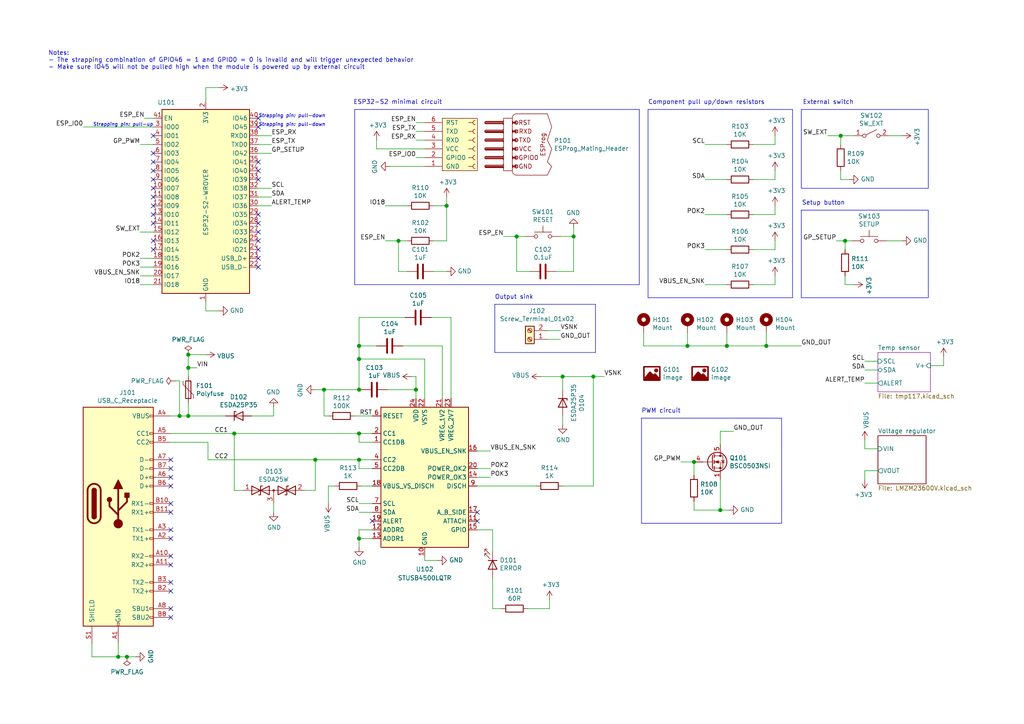
<source format=kicad_sch>
(kicad_sch (version 20200828) (generator eeschema)
  (page 1 3)
  (paper "A4")
  (lib_symbols
    (symbol "Connector:Screw_Terminal_01x02" (pin_names (offset 1.016) hide)
      (property "Reference" "J" (at 0 2.54 0))
      (property "Value" "Screw_Terminal_01x02" (at 0 -5.08 0))
      (symbol "Screw_Terminal_01x02_1_1"
        (pin passive line (at -5.08 0 0) (length 3.81) (name "Pin_1") (number "1"))
        (pin passive line (at -5.08 -2.54 0) (length 3.81) (name "Pin_2") (number "2"))
      )
    )
    (symbol "Controller-rescue:USB_C_Receptacle-Connector" (pin_names (offset 1.016))
      (property "Reference" "J" (at -10.16 29.21 0))
      (property "Value" "USB_C_Receptacle-Connector" (at 10.16 29.21 0))
      (symbol "USB_C_Receptacle-Connector_1_1"
        (pin power_in line (at 0 -40.64 90) (length 5.08) (name "GND") (number "A1"))
        (pin bidirectional line (at 15.24 -15.24 180) (length 5.08) (name "RX2-") (number "A10"))
        (pin bidirectional line (at 15.24 -17.78 180) (length 5.08) (name "RX2+") (number "A11"))
        (pin passive line (at 0 -40.64 90) (length 5.08) hide (name "GND") (number "A12"))
        (pin bidirectional line (at 15.24 -10.16 180) (length 5.08) (name "TX1+") (number "A2"))
        (pin bidirectional line (at 15.24 -7.62 180) (length 5.08) (name "TX1-") (number "A3"))
        (pin power_in line (at 15.24 25.4 180) (length 5.08) (name "VBUS") (number "A4"))
        (pin bidirectional line (at 15.24 20.32 180) (length 5.08) (name "CC1") (number "A5"))
        (pin bidirectional line (at 15.24 7.62 180) (length 5.08) (name "D+") (number "A6"))
        (pin bidirectional line (at 15.24 12.7 180) (length 5.08) (name "D-") (number "A7"))
        (pin bidirectional line (at 15.24 -30.48 180) (length 5.08) (name "SBU1") (number "A8"))
        (pin passive line (at 15.24 25.4 180) (length 5.08) hide (name "VBUS") (number "A9"))
        (pin passive line (at 0 -40.64 90) (length 5.08) hide (name "GND") (number "B1"))
        (pin bidirectional line (at 15.24 0 180) (length 5.08) (name "RX1-") (number "B10"))
        (pin bidirectional line (at 15.24 -2.54 180) (length 5.08) (name "RX1+") (number "B11"))
        (pin passive line (at 0 -40.64 90) (length 5.08) hide (name "GND") (number "B12"))
        (pin bidirectional line (at 15.24 -25.4 180) (length 5.08) (name "TX2+") (number "B2"))
        (pin bidirectional line (at 15.24 -22.86 180) (length 5.08) (name "TX2-") (number "B3"))
        (pin passive line (at 15.24 25.4 180) (length 5.08) hide (name "VBUS") (number "B4"))
        (pin bidirectional line (at 15.24 17.78 180) (length 5.08) (name "CC2") (number "B5"))
        (pin bidirectional line (at 15.24 5.08 180) (length 5.08) (name "D+") (number "B6"))
        (pin bidirectional line (at 15.24 10.16 180) (length 5.08) (name "D-") (number "B7"))
        (pin bidirectional line (at 15.24 -33.02 180) (length 5.08) (name "SBU2") (number "B8"))
        (pin passive line (at 15.24 25.4 180) (length 5.08) hide (name "VBUS") (number "B9"))
        (pin passive line (at -7.62 -40.64 90) (length 5.08) (name "SHIELD") (number "S1"))
      )
    )
    (symbol "Device:C" (pin_numbers hide) (pin_names (offset 0.254))
      (property "Reference" "C" (at 0.635 2.54 0))
      (property "Value" "C" (at 0.635 -2.54 0))
      (symbol "C_1_1"
        (pin passive line (at 0 3.81 270) (length 2.794) (name "~") (number "1"))
        (pin passive line (at 0 -3.81 90) (length 2.794) (name "~") (number "2"))
      )
    )
    (symbol "Device:D_TVS_x2_AAC" (pin_names (offset 1.016) hide)
      (property "Reference" "D" (at 0 4.445 0))
      (property "Value" "Device_D_TVS_x2_AAC" (at 0 2.54 0))
      (symbol "D_TVS_x2_AAC_1_1"
        (pin passive line (at -8.89 0 0) (length 2.54) (name "A1") (number "1"))
        (pin passive line (at 8.89 0 180) (length 2.54) (name "A2") (number "2"))
        (pin input line (at 0 -3.81 90) (length 2.54) (name "common") (number "3"))
      )
    )
    (symbol "Device:D_Zener" (pin_numbers hide) (pin_names (offset 1.016) hide)
      (property "Reference" "D" (at 0 2.54 0))
      (property "Value" "D_Zener" (at 0 -2.54 0))
      (symbol "D_Zener_1_1"
        (pin passive line (at -3.81 0 0) (length 2.54) (name "K") (number "1"))
        (pin passive line (at 3.81 0 180) (length 2.54) (name "A") (number "2"))
      )
    )
    (symbol "Device:LED" (pin_numbers hide) (pin_names (offset 1.016) hide)
      (property "Reference" "D" (at 0 2.54 0))
      (property "Value" "LED" (at 0 -2.54 0))
      (symbol "LED_1_1"
        (pin passive line (at -3.81 0 0) (length 2.54) (name "K") (number "1"))
        (pin passive line (at 3.81 0 180) (length 2.54) (name "A") (number "2"))
      )
    )
    (symbol "Device:Polyfuse" (pin_numbers hide) (pin_names (offset 0))
      (property "Reference" "F" (at -2.54 0 90))
      (property "Value" "Polyfuse" (at 2.54 0 90))
      (symbol "Polyfuse_1_1"
        (pin passive line (at 0 3.81 270) (length 1.27) (name "~") (number "1"))
        (pin passive line (at 0 -3.81 90) (length 1.27) (name "~") (number "2"))
      )
    )
    (symbol "Device:R" (pin_numbers hide) (pin_names (offset 0))
      (property "Reference" "R" (at 2.032 0 90))
      (property "Value" "R" (at 0 0 90))
      (symbol "R_1_1"
        (pin passive line (at 0 3.81 270) (length 1.27) (name "~") (number "1"))
        (pin passive line (at 0 -3.81 90) (length 1.27) (name "~") (number "2"))
      )
    )
    (symbol "ESProg:ESProg_Mating_Header" (pin_names (offset 1.016))
      (property "Reference" "P" (at 0 8.89 0))
      (property "Value" "ESProg_Mating_Header" (at 0 -8.89 0))
      (symbol "ESProg_Mating_Header_0_0"
        (text "ESProg" (at 24.13 0 900) (effects (font (size 1.27 1.27))))
        (text "GND" (at 19.05 -6.35 0) (effects (font (size 1.27 1.27))))
        (text "GPIO0" (at 19.939 -3.81 0) (effects (font (size 1.27 1.27))))
        (text "RST" (at 18.796 6.35 0) (effects (font (size 1.27 1.27))))
        (text "RXD" (at 19.05 3.81 0) (effects (font (size 1.27 1.27))))
        (text "TXD" (at 18.923 1.27 0) (effects (font (size 1.27 1.27))))
        (text "VCC" (at 19.05 -1.27 0) (effects (font (size 1.27 1.27))))
      )
      (symbol "ESProg_Mating_Header_1_1"
        (pin passive line (at -10.16 -6.35 0) (length 5.08) (name "GND") (number "1"))
        (pin output line (at -10.16 -3.81 0) (length 5.08) (name "GPIO0") (number "2"))
        (pin passive line (at -10.16 -1.27 0) (length 5.08) (name "VCC") (number "3"))
        (pin output line (at -10.16 1.27 0) (length 5.08) (name "RXD") (number "4"))
        (pin input line (at -10.16 3.81 0) (length 5.08) (name "TXD") (number "5"))
        (pin output line (at -10.16 6.35 0) (length 5.08) (name "RST") (number "6"))
      )
    )
    (symbol "Interface_USB:STUSB4500QTR"
      (property "Reference" "U" (at -12.7 21.59 0))
      (property "Value" "STUSB4500QTR" (at 8.89 -21.59 0))
      (symbol "STUSB4500QTR_1_1"
        (pin bidirectional line (at -15.24 10.16 0) (length 2.54) (name "CC1DB") (number "1"))
        (pin power_in line (at 0 -22.86 90) (length 2.54) (name "GND") (number "10"))
        (pin open_collector line (at 15.24 -12.7 180) (length 2.54) (name "ATTACH") (number "11"))
        (pin input line (at -15.24 -15.24 0) (length 2.54) (name "ADDR0") (number "12"))
        (pin input line (at -15.24 -17.78 0) (length 2.54) (name "ADDR1") (number "13"))
        (pin open_collector line (at 15.24 0 180) (length 2.54) (name "POWER_OK3") (number "14"))
        (pin open_collector line (at 15.24 -15.24 180) (length 2.54) (name "GPIO") (number "15"))
        (pin open_collector line (at 15.24 7.62 180) (length 2.54) (name "VBUS_EN_SNK") (number "16"))
        (pin open_collector line (at 15.24 -10.16 180) (length 2.54) (name "A_B_SIDE") (number "17"))
        (pin input line (at -15.24 -2.54 0) (length 2.54) (name "VBUS_VS_DISCH") (number "18"))
        (pin open_collector line (at -15.24 -12.7 0) (length 2.54) (name "ALERT") (number "19"))
        (pin bidirectional line (at -15.24 12.7 0) (length 2.54) (name "CC1") (number "2"))
        (pin open_collector line (at 15.24 2.54 180) (length 2.54) (name "POWER_OK2") (number "20"))
        (pin power_out line (at 5.08 22.86 270) (length 2.54) (name "VREG_1V2") (number "21"))
        (pin power_in line (at 0 22.86 270) (length 2.54) (name "VSYS") (number "22"))
        (pin power_out line (at 7.62 22.86 270) (length 2.54) (name "VREG_2V7") (number "23"))
        (pin power_in line (at -2.54 22.86 270) (length 2.54) (name "VDD") (number "24"))
        (pin passive line (at 0 -22.86 90) (length 2.54) hide (name "GND") (number "25"))
        (pin unconnected line (at -12.7 15.24 0) (length 2.54) hide (name "NC") (number "3"))
        (pin bidirectional line (at -15.24 5.08 0) (length 2.54) (name "CC2") (number "4"))
        (pin bidirectional line (at -15.24 2.54 0) (length 2.54) (name "CC2DB") (number "5"))
        (pin input line (at -15.24 17.78 0) (length 2.54) (name "RESET") (number "6"))
        (pin input line (at -15.24 -7.62 0) (length 2.54) (name "SCL") (number "7"))
        (pin bidirectional line (at -15.24 -10.16 0) (length 2.54) (name "SDA") (number "8"))
        (pin bidirectional line (at 15.24 -2.54 180) (length 2.54) (name "DISCH") (number "9"))
      )
    )
    (symbol "Mechanical:MountingHole_Pad" (pin_numbers hide) (pin_names (offset 1.016) hide)
      (property "Reference" "H" (at 0 6.35 0))
      (property "Value" "MountingHole_Pad" (at 0 4.445 0))
      (symbol "MountingHole_Pad_1_1"
        (pin input line (at 0 -2.54 90) (length 2.54) (name "1") (number "1"))
      )
    )
    (symbol "RF_Module:ESP32-S2-WROVER"
      (property "Reference" "U" (at -12.7 29.21 0))
      (property "Value" "ESP32-S2-WROVER" (at 2.54 29.21 0))
      (symbol "ESP32-S2-WROVER_1_1"
        (pin power_in line (at 0 -27.94 90) (length 2.54) (name "GND") (number "1"))
        (pin bidirectional line (at -15.24 5.08 0) (length 2.54) (name "IO07") (number "10"))
        (pin bidirectional line (at -15.24 2.54 0) (length 2.54) (name "IO08") (number "11"))
        (pin bidirectional line (at -15.24 0 0) (length 2.54) (name "IO09") (number "12"))
        (pin bidirectional line (at -15.24 -2.54 0) (length 2.54) (name "IO10") (number "13"))
        (pin bidirectional line (at -15.24 -5.08 0) (length 2.54) (name "IO11") (number "14"))
        (pin bidirectional line (at -15.24 -7.62 0) (length 2.54) (name "IO12") (number "15"))
        (pin bidirectional line (at -15.24 -10.16 0) (length 2.54) (name "IO13") (number "16"))
        (pin bidirectional line (at -15.24 -12.7 0) (length 2.54) (name "IO14") (number "17"))
        (pin bidirectional line (at -15.24 -15.24 0) (length 2.54) (name "IO15") (number "18"))
        (pin bidirectional line (at -15.24 -17.78 0) (length 2.54) (name "IO16") (number "19"))
        (pin power_in line (at 0 30.48 270) (length 2.54) (name "3V3") (number "2"))
        (pin bidirectional line (at -15.24 -20.32 0) (length 2.54) (name "IO17") (number "20"))
        (pin bidirectional line (at -15.24 -22.86 0) (length 2.54) (name "IO18") (number "21"))
        (pin bidirectional line (at 15.24 -17.78 180) (length 2.54) (name "USB_D-") (number "22"))
        (pin bidirectional line (at 15.24 -15.24 180) (length 2.54) (name "USB_D+") (number "23"))
        (pin bidirectional line (at 15.24 -12.7 180) (length 2.54) (name "IO21") (number "24"))
        (pin bidirectional line (at 15.24 -10.16 180) (length 2.54) (name "IO26") (number "25"))
        (pin passive line (at 0 -27.94 90) (length 2.54) hide (name "GND") (number "26"))
        (pin bidirectional line (at 15.24 -7.62 180) (length 2.54) (name "IO33") (number "27"))
        (pin bidirectional line (at 15.24 -5.08 180) (length 2.54) (name "IO34") (number "28"))
        (pin bidirectional line (at 15.24 -2.54 180) (length 2.54) (name "IO35") (number "29"))
        (pin bidirectional line (at -15.24 22.86 0) (length 2.54) (name "IO00") (number "3"))
        (pin bidirectional line (at 15.24 0 180) (length 2.54) (name "IO36") (number "30"))
        (pin bidirectional line (at 15.24 2.54 180) (length 2.54) (name "IO37") (number "31"))
        (pin bidirectional line (at 15.24 5.08 180) (length 2.54) (name "IO38") (number "32"))
        (pin bidirectional line (at 15.24 7.62 180) (length 2.54) (name "IO39") (number "33"))
        (pin bidirectional line (at 15.24 10.16 180) (length 2.54) (name "IO40") (number "34"))
        (pin bidirectional line (at 15.24 12.7 180) (length 2.54) (name "IO41") (number "35"))
        (pin bidirectional line (at 15.24 15.24 180) (length 2.54) (name "IO42") (number "36"))
        (pin bidirectional line (at 15.24 17.78 180) (length 2.54) (name "TXD0") (number "37"))
        (pin bidirectional line (at 15.24 20.32 180) (length 2.54) (name "RXD0") (number "38"))
        (pin bidirectional line (at 15.24 22.86 180) (length 2.54) (name "IO45") (number "39"))
        (pin bidirectional line (at -15.24 20.32 0) (length 2.54) (name "IO01") (number "4"))
        (pin input line (at 15.24 25.4 180) (length 2.54) (name "IO46") (number "40"))
        (pin input line (at -15.24 25.4 0) (length 2.54) (name "EN") (number "41"))
        (pin passive line (at 0 -27.94 90) (length 2.54) hide (name "GND") (number "42"))
        (pin passive line (at 0 -27.94 90) (length 2.54) hide (name "GND") (number "43"))
        (pin bidirectional line (at -15.24 17.78 0) (length 2.54) (name "IO02") (number "5"))
        (pin bidirectional line (at -15.24 15.24 0) (length 2.54) (name "IO03") (number "6"))
        (pin bidirectional line (at -15.24 12.7 0) (length 2.54) (name "IO04") (number "7"))
        (pin bidirectional line (at -15.24 10.16 0) (length 2.54) (name "IO05") (number "8"))
        (pin bidirectional line (at -15.24 7.62 0) (length 2.54) (name "IO06") (number "9"))
      )
    )
    (symbol "Switch:SW_Push" (pin_numbers hide) (pin_names (offset 1.016) hide)
      (property "Reference" "SW" (at 1.27 2.54 0))
      (property "Value" "SW_Push" (at 0 -1.524 0))
      (symbol "SW_Push_0_1"
        (pin passive line (at -5.08 0 0) (length 2.54) (name "1") (number "1"))
        (pin passive line (at 5.08 0 180) (length 2.54) (name "2") (number "2"))
      )
    )
    (symbol "Switch:SW_SPST" (pin_names (offset 0) hide)
      (property "Reference" "SW" (at 0 3.175 0))
      (property "Value" "SW_SPST" (at 0 -2.54 0))
      (symbol "SW_SPST_1_1"
        (pin passive line (at -5.08 0 0) (length 2.54) (name "A") (number "1"))
        (pin passive line (at 5.08 0 180) (length 2.54) (name "B") (number "2"))
      )
    )
    (symbol "custom:BSC0503NSI" (pin_names hide)
      (property "Reference" "Q" (at 5.08 1.905 0))
      (property "Value" "BSC0503NSI" (at 5.08 0 0))
      (symbol "BSC0503NSI_1_1"
        (pin passive line (at 2.54 -5.08 90) (length 2.54) (name "S") (number "1"))
        (pin passive line (at 2.54 -5.08 90) (length 2.54) hide (name "S") (number "2"))
        (pin passive line (at 2.54 -5.08 90) (length 2.54) hide (name "S") (number "3"))
        (pin passive line (at -5.08 0 0) (length 2.54) (name "G") (number "4"))
        (pin passive line (at 2.54 5.08 270) (length 2.54) (name "D") (number "5"))
      )
    )
    (symbol "custom:image" (pin_names (offset 1.016)) (in_bom no)
      (property "Reference" "G" (at 0 3.81 0))
      (property "Value" "image" (at 0 -2.54 0))
    )
    (symbol "power:+3V3" (power) (pin_names (offset 0))
      (property "Value" "+3V3" (at 0 3.556 0))
      (symbol "+3V3_1_1"
        (pin power_in line (at 0 0 90) (length 0) hide (name "+3V3") (number "1"))
      )
    )
    (symbol "power:GND" (power) (pin_names (offset 0))
      (property "Value" "GND" (at 0 -3.81 0))
      (symbol "GND_1_1"
        (pin power_in line (at 0 0 270) (length 0) hide (name "GND") (number "1"))
      )
    )
    (symbol "power:PWR_FLAG" (power) (pin_numbers hide) (pin_names (offset 0) hide)
      (property "Value" "PWR_FLAG" (at 0 3.81 0))
      (symbol "PWR_FLAG_0_0"
        (pin power_out line (at 0 0 90) (length 0) (name "pwr") (number "1"))
      )
    )
    (symbol "power:VBUS" (power) (pin_names (offset 0))
      (property "Value" "VBUS" (at 0 3.81 0))
      (symbol "VBUS_1_1"
        (pin power_in line (at 0 0 90) (length 0) hide (name "VBUS") (number "1"))
      )
    )
  )
  (junction (at 34.29 190.5) (diameter 1.016))
  (junction (at 36.83 190.5) (diameter 1.016))
  (junction (at 52.07 120.65) (diameter 1.016))
  (junction (at 54.61 102.87) (diameter 1.016))
  (junction (at 54.61 106.68) (diameter 1.016))
  (junction (at 54.61 120.65) (diameter 1.016))
  (junction (at 67.945 125.73) (diameter 1.016))
  (junction (at 91.44 133.35) (diameter 1.016))
  (junction (at 93.98 113.03) (diameter 1.016))
  (junction (at 104.14 100.33) (diameter 1.016))
  (junction (at 104.14 104.14) (diameter 1.016))
  (junction (at 104.14 113.03) (diameter 1.016))
  (junction (at 104.14 125.73) (diameter 1.016))
  (junction (at 104.14 133.35) (diameter 1.016))
  (junction (at 104.14 156.21) (diameter 1.016))
  (junction (at 115.57 69.85) (diameter 1.016))
  (junction (at 120.65 113.03) (diameter 1.016))
  (junction (at 129.54 59.69) (diameter 1.016))
  (junction (at 149.86 68.58) (diameter 1.016))
  (junction (at 163.195 109.22) (diameter 1.016))
  (junction (at 166.37 68.58) (diameter 1.016))
  (junction (at 172.085 109.22) (diameter 1.016))
  (junction (at 199.39 100.33) (diameter 1.016))
  (junction (at 201.295 133.985) (diameter 1.016))
  (junction (at 208.915 147.955) (diameter 1.016))
  (junction (at 210.82 100.33) (diameter 1.016))
  (junction (at 222.25 100.33) (diameter 1.016))
  (junction (at 243.84 39.37) (diameter 1.016))
  (junction (at 245.11 69.85) (diameter 1.016))
  (no_connect (at 49.53 179.07))
  (no_connect (at 74.93 77.47))
  (no_connect (at 44.45 49.53))
  (no_connect (at 74.93 62.23))
  (no_connect (at 44.45 39.37))
  (no_connect (at 44.45 69.85))
  (no_connect (at 44.45 52.07))
  (no_connect (at 49.53 176.53))
  (no_connect (at 107.95 151.13))
  (no_connect (at 74.93 72.39))
  (no_connect (at 138.43 148.59))
  (no_connect (at 44.45 59.69))
  (no_connect (at 74.93 64.77))
  (no_connect (at 49.53 161.29))
  (no_connect (at 44.45 57.15))
  (no_connect (at 44.45 54.61))
  (no_connect (at 74.93 74.93))
  (no_connect (at 49.53 140.97))
  (no_connect (at 49.53 135.89))
  (no_connect (at 49.53 163.83))
  (no_connect (at 74.93 36.83))
  (no_connect (at 49.53 156.21))
  (no_connect (at 44.45 64.77))
  (no_connect (at 44.45 44.45))
  (no_connect (at 44.45 62.23))
  (no_connect (at 49.53 138.43))
  (no_connect (at 49.53 133.35))
  (no_connect (at 44.45 72.39))
  (no_connect (at 44.45 46.99))
  (no_connect (at 49.53 171.45))
  (no_connect (at 49.53 146.05))
  (no_connect (at 49.53 168.91))
  (no_connect (at 49.53 153.67))
  (no_connect (at 138.43 151.13))
  (no_connect (at 74.93 49.53))
  (no_connect (at 74.93 52.07))
  (no_connect (at 74.93 46.99))
  (no_connect (at 74.93 67.31))
  (no_connect (at 74.93 34.29))
  (no_connect (at 49.53 148.59))
  (no_connect (at 74.93 69.85))
  (wire (pts (xy 24.13 36.83) (xy 44.45 36.83)))
  (wire (pts (xy 26.67 186.69) (xy 26.67 190.5)))
  (wire (pts (xy 26.67 190.5) (xy 34.29 190.5)))
  (wire (pts (xy 34.29 186.69) (xy 34.29 190.5)))
  (wire (pts (xy 34.29 190.5) (xy 36.83 190.5)))
  (wire (pts (xy 36.83 190.5) (xy 39.37 190.5)))
  (wire (pts (xy 40.64 41.91) (xy 44.45 41.91)))
  (wire (pts (xy 40.64 67.31) (xy 44.45 67.31)))
  (wire (pts (xy 40.64 74.93) (xy 44.45 74.93)))
  (wire (pts (xy 40.64 77.47) (xy 44.45 77.47)))
  (wire (pts (xy 40.64 80.01) (xy 44.45 80.01)))
  (wire (pts (xy 40.64 82.55) (xy 44.45 82.55)))
  (wire (pts (xy 41.91 34.29) (xy 44.45 34.29)))
  (wire (pts (xy 49.53 120.65) (xy 52.07 120.65)))
  (wire (pts (xy 49.53 125.73) (xy 67.945 125.73)))
  (wire (pts (xy 49.53 128.27) (xy 60.325 128.27)))
  (wire (pts (xy 50.8 110.49) (xy 52.07 110.49)))
  (wire (pts (xy 52.07 110.49) (xy 52.07 120.65)))
  (wire (pts (xy 52.07 120.65) (xy 54.61 120.65)))
  (wire (pts (xy 54.61 102.87) (xy 59.69 102.87)))
  (wire (pts (xy 54.61 106.68) (xy 54.61 102.87)))
  (wire (pts (xy 54.61 109.22) (xy 54.61 106.68)))
  (wire (pts (xy 54.61 120.65) (xy 54.61 116.84)))
  (wire (pts (xy 54.61 120.65) (xy 65.405 120.65)))
  (wire (pts (xy 57.15 106.68) (xy 54.61 106.68)))
  (wire (pts (xy 59.69 25.4) (xy 59.69 29.21)))
  (wire (pts (xy 59.69 87.63) (xy 59.69 90.17)))
  (wire (pts (xy 59.69 90.17) (xy 63.5 90.17)))
  (wire (pts (xy 60.325 128.27) (xy 60.325 133.35)))
  (wire (pts (xy 60.325 133.35) (xy 91.44 133.35)))
  (wire (pts (xy 63.5 25.4) (xy 59.69 25.4)))
  (wire (pts (xy 67.945 125.73) (xy 67.945 142.24)))
  (wire (pts (xy 67.945 125.73) (xy 104.14 125.73)))
  (wire (pts (xy 70.485 142.24) (xy 67.945 142.24)))
  (wire (pts (xy 74.93 39.37) (xy 78.74 39.37)))
  (wire (pts (xy 74.93 41.91) (xy 78.74 41.91)))
  (wire (pts (xy 74.93 44.45) (xy 78.74 44.45)))
  (wire (pts (xy 74.93 54.61) (xy 78.74 54.61)))
  (wire (pts (xy 74.93 57.15) (xy 78.74 57.15)))
  (wire (pts (xy 74.93 59.69) (xy 78.74 59.69)))
  (wire (pts (xy 79.375 118.11) (xy 79.375 120.65)))
  (wire (pts (xy 79.375 120.65) (xy 73.025 120.65)))
  (wire (pts (xy 79.375 146.05) (xy 79.375 148.59)))
  (wire (pts (xy 88.265 142.24) (xy 91.44 142.24)))
  (wire (pts (xy 91.44 133.35) (xy 91.44 142.24)))
  (wire (pts (xy 91.44 133.35) (xy 104.14 133.35)))
  (wire (pts (xy 93.98 113.03) (xy 91.44 113.03)))
  (wire (pts (xy 93.98 120.65) (xy 93.98 113.03)))
  (wire (pts (xy 95.25 120.65) (xy 93.98 120.65)))
  (wire (pts (xy 95.25 140.97) (xy 95.25 146.05)))
  (wire (pts (xy 97.155 140.97) (xy 95.25 140.97)))
  (wire (pts (xy 102.87 120.65) (xy 107.95 120.65)))
  (wire (pts (xy 104.14 92.075) (xy 104.14 100.33)))
  (wire (pts (xy 104.14 100.33) (xy 104.14 104.14)))
  (wire (pts (xy 104.14 104.14) (xy 104.14 113.03)))
  (wire (pts (xy 104.14 113.03) (xy 93.98 113.03)))
  (wire (pts (xy 104.14 125.73) (xy 107.95 125.73)))
  (wire (pts (xy 104.14 128.27) (xy 104.14 125.73)))
  (wire (pts (xy 104.14 133.35) (xy 107.95 133.35)))
  (wire (pts (xy 104.14 135.89) (xy 104.14 133.35)))
  (wire (pts (xy 104.14 146.05) (xy 107.95 146.05)))
  (wire (pts (xy 104.14 148.59) (xy 107.95 148.59)))
  (wire (pts (xy 104.14 153.67) (xy 104.14 156.21)))
  (wire (pts (xy 104.14 156.21) (xy 104.14 158.75)))
  (wire (pts (xy 104.775 113.03) (xy 104.14 113.03)))
  (wire (pts (xy 107.95 128.27) (xy 104.14 128.27)))
  (wire (pts (xy 107.95 135.89) (xy 104.14 135.89)))
  (wire (pts (xy 107.95 140.97) (xy 104.775 140.97)))
  (wire (pts (xy 107.95 153.67) (xy 104.14 153.67)))
  (wire (pts (xy 107.95 156.21) (xy 104.14 156.21)))
  (wire (pts (xy 109.22 40.64) (xy 109.22 43.18)))
  (wire (pts (xy 109.22 43.18) (xy 123.19 43.18)))
  (wire (pts (xy 109.22 100.33) (xy 104.14 100.33)))
  (wire (pts (xy 111.76 59.69) (xy 118.11 59.69)))
  (wire (pts (xy 111.76 69.85) (xy 115.57 69.85)))
  (wire (pts (xy 113.03 48.26) (xy 123.19 48.26)))
  (wire (pts (xy 115.57 69.85) (xy 118.11 69.85)))
  (wire (pts (xy 115.57 78.74) (xy 115.57 69.85)))
  (wire (pts (xy 117.475 92.075) (xy 104.14 92.075)))
  (wire (pts (xy 118.11 78.74) (xy 115.57 78.74)))
  (wire (pts (xy 119.38 109.22) (xy 120.65 109.22)))
  (wire (pts (xy 120.65 35.56) (xy 123.19 35.56)))
  (wire (pts (xy 120.65 38.1) (xy 123.19 38.1)))
  (wire (pts (xy 120.65 40.64) (xy 123.19 40.64)))
  (wire (pts (xy 120.65 45.72) (xy 123.19 45.72)))
  (wire (pts (xy 120.65 113.03) (xy 112.395 113.03)))
  (wire (pts (xy 120.65 113.03) (xy 120.65 109.22)))
  (wire (pts (xy 120.65 115.57) (xy 120.65 113.03)))
  (wire (pts (xy 123.19 104.14) (xy 104.14 104.14)))
  (wire (pts (xy 123.19 115.57) (xy 123.19 104.14)))
  (wire (pts (xy 123.19 161.29) (xy 123.19 162.56)))
  (wire (pts (xy 123.19 162.56) (xy 127 162.56)))
  (wire (pts (xy 125.73 59.69) (xy 129.54 59.69)))
  (wire (pts (xy 125.73 69.85) (xy 129.54 69.85)))
  (wire (pts (xy 125.73 78.74) (xy 129.54 78.74)))
  (wire (pts (xy 128.27 100.33) (xy 116.84 100.33)))
  (wire (pts (xy 128.27 100.33) (xy 128.27 115.57)))
  (wire (pts (xy 129.54 57.15) (xy 129.54 59.69)))
  (wire (pts (xy 129.54 59.69) (xy 129.54 69.85)))
  (wire (pts (xy 130.81 92.075) (xy 125.095 92.075)))
  (wire (pts (xy 130.81 92.075) (xy 130.81 115.57)))
  (wire (pts (xy 138.43 130.81) (xy 142.24 130.81)))
  (wire (pts (xy 138.43 135.89) (xy 142.24 135.89)))
  (wire (pts (xy 138.43 138.43) (xy 142.24 138.43)))
  (wire (pts (xy 138.43 153.67) (xy 142.875 153.67)))
  (wire (pts (xy 142.875 153.67) (xy 142.875 160.02)))
  (wire (pts (xy 142.875 167.64) (xy 142.875 176.53)))
  (wire (pts (xy 142.875 176.53) (xy 145.415 176.53)))
  (wire (pts (xy 146.05 68.58) (xy 149.86 68.58)))
  (wire (pts (xy 149.86 68.58) (xy 152.4 68.58)))
  (wire (pts (xy 149.86 78.74) (xy 149.86 68.58)))
  (wire (pts (xy 153.67 78.74) (xy 149.86 78.74)))
  (wire (pts (xy 155.575 140.97) (xy 138.43 140.97)))
  (wire (pts (xy 156.845 109.22) (xy 163.195 109.22)))
  (wire (pts (xy 158.75 95.885) (xy 162.56 95.885)))
  (wire (pts (xy 158.75 98.425) (xy 162.56 98.425)))
  (wire (pts (xy 159.385 173.99) (xy 159.385 176.53)))
  (wire (pts (xy 159.385 176.53) (xy 153.035 176.53)))
  (wire (pts (xy 161.29 78.74) (xy 166.37 78.74)))
  (wire (pts (xy 163.195 113.03) (xy 163.195 109.22)))
  (wire (pts (xy 163.195 120.65) (xy 163.195 123.19)))
  (wire (pts (xy 166.37 66.04) (xy 166.37 68.58)))
  (wire (pts (xy 166.37 68.58) (xy 162.56 68.58)))
  (wire (pts (xy 166.37 78.74) (xy 166.37 68.58)))
  (wire (pts (xy 172.085 109.22) (xy 163.195 109.22)))
  (wire (pts (xy 172.085 109.22) (xy 172.085 140.97)))
  (wire (pts (xy 172.085 109.22) (xy 175.26 109.22)))
  (wire (pts (xy 172.085 140.97) (xy 163.195 140.97)))
  (wire (pts (xy 186.69 96.52) (xy 186.69 100.33)))
  (wire (pts (xy 186.69 100.33) (xy 199.39 100.33)))
  (wire (pts (xy 199.39 96.52) (xy 199.39 100.33)))
  (wire (pts (xy 199.39 100.33) (xy 210.82 100.33)))
  (wire (pts (xy 201.295 133.985) (xy 197.485 133.985)))
  (wire (pts (xy 201.295 133.985) (xy 201.295 137.795)))
  (wire (pts (xy 201.295 145.415) (xy 201.295 147.955)))
  (wire (pts (xy 201.295 147.955) (xy 208.915 147.955)))
  (wire (pts (xy 204.47 41.91) (xy 210.82 41.91)))
  (wire (pts (xy 204.47 52.07) (xy 210.82 52.07)))
  (wire (pts (xy 204.47 62.23) (xy 210.82 62.23)))
  (wire (pts (xy 204.47 72.39) (xy 210.82 72.39)))
  (wire (pts (xy 204.47 82.55) (xy 210.82 82.55)))
  (wire (pts (xy 208.915 125.095) (xy 212.725 125.095)))
  (wire (pts (xy 208.915 128.905) (xy 208.915 125.095)))
  (wire (pts (xy 208.915 139.065) (xy 208.915 147.955)))
  (wire (pts (xy 208.915 147.955) (xy 211.455 147.955)))
  (wire (pts (xy 210.82 96.52) (xy 210.82 100.33)))
  (wire (pts (xy 210.82 100.33) (xy 222.25 100.33)))
  (wire (pts (xy 218.44 41.91) (xy 224.79 41.91)))
  (wire (pts (xy 218.44 52.07) (xy 224.79 52.07)))
  (wire (pts (xy 218.44 62.23) (xy 224.79 62.23)))
  (wire (pts (xy 218.44 72.39) (xy 224.79 72.39)))
  (wire (pts (xy 218.44 82.55) (xy 224.79 82.55)))
  (wire (pts (xy 222.25 96.52) (xy 222.25 100.33)))
  (wire (pts (xy 222.25 100.33) (xy 232.41 100.33)))
  (wire (pts (xy 224.79 41.91) (xy 224.79 39.37)))
  (wire (pts (xy 224.79 52.07) (xy 224.79 49.53)))
  (wire (pts (xy 224.79 62.23) (xy 224.79 59.69)))
  (wire (pts (xy 224.79 72.39) (xy 224.79 69.85)))
  (wire (pts (xy 224.79 82.55) (xy 224.79 80.01)))
  (wire (pts (xy 240.03 39.37) (xy 243.84 39.37)))
  (wire (pts (xy 242.57 69.85) (xy 245.11 69.85)))
  (wire (pts (xy 243.84 39.37) (xy 243.84 41.91)))
  (wire (pts (xy 243.84 39.37) (xy 247.65 39.37)))
  (wire (pts (xy 243.84 49.53) (xy 243.84 52.07)))
  (wire (pts (xy 243.84 52.07) (xy 246.38 52.07)))
  (wire (pts (xy 245.11 69.85) (xy 245.11 72.39)))
  (wire (pts (xy 245.11 69.85) (xy 247.015 69.85)))
  (wire (pts (xy 245.11 80.01) (xy 245.11 82.55)))
  (wire (pts (xy 245.11 82.55) (xy 247.65 82.55)))
  (wire (pts (xy 250.825 104.775) (xy 254.635 104.775)))
  (wire (pts (xy 250.825 107.315) (xy 254.635 107.315)))
  (wire (pts (xy 250.825 111.125) (xy 254.635 111.125)))
  (wire (pts (xy 250.825 127.635) (xy 250.825 130.175)))
  (wire (pts (xy 250.825 130.175) (xy 254.635 130.175)))
  (wire (pts (xy 250.825 136.525) (xy 250.825 139.065)))
  (wire (pts (xy 254.635 136.525) (xy 250.825 136.525)))
  (wire (pts (xy 257.175 69.85) (xy 261.62 69.85)))
  (wire (pts (xy 257.81 39.37) (xy 261.62 39.37)))
  (wire (pts (xy 273.685 103.505) (xy 273.685 106.045)))
  (wire (pts (xy 273.685 106.045) (xy 269.875 106.045)))
  (polyline (pts (xy 102.87 31.75) (xy 102.87 82.55)) (stroke (width 0) (type solid)))
  (polyline (pts (xy 102.87 31.75) (xy 185.42 31.75)) (stroke (width 0) (type solid)))
  (polyline (pts (xy 102.87 82.55) (xy 185.42 82.55)) (stroke (width 0) (type solid)))
  (polyline (pts (xy 143.51 88.265) (xy 143.51 102.235)) (stroke (width 0) (type solid)))
  (polyline (pts (xy 143.51 102.235) (xy 172.72 102.235)) (stroke (width 0) (type solid)))
  (polyline (pts (xy 172.72 88.265) (xy 143.51 88.265)) (stroke (width 0) (type solid)))
  (polyline (pts (xy 172.72 102.235) (xy 172.72 88.265)) (stroke (width 0) (type solid)))
  (polyline (pts (xy 185.42 82.55) (xy 185.42 31.75)) (stroke (width 0) (type solid)))
  (polyline (pts (xy 186.055 121.285) (xy 186.055 151.765)) (stroke (width 0) (type solid)))
  (polyline (pts (xy 186.055 151.765) (xy 226.695 151.765)) (stroke (width 0) (type solid)))
  (polyline (pts (xy 187.96 31.75) (xy 187.96 86.36)) (stroke (width 0) (type solid)))
  (polyline (pts (xy 187.96 86.36) (xy 229.87 86.36)) (stroke (width 0) (type solid)))
  (polyline (pts (xy 226.695 121.285) (xy 186.055 121.285)) (stroke (width 0) (type solid)))
  (polyline (pts (xy 226.695 151.765) (xy 226.695 121.285)) (stroke (width 0) (type solid)))
  (polyline (pts (xy 229.87 31.75) (xy 187.96 31.75)) (stroke (width 0) (type solid)))
  (polyline (pts (xy 229.87 86.36) (xy 229.87 31.75)) (stroke (width 0) (type solid)))
  (polyline (pts (xy 232.41 31.75) (xy 232.41 33.02)) (stroke (width 0.152) (type solid)))
  (polyline (pts (xy 232.41 33.02) (xy 232.41 54.61)) (stroke (width 0.152) (type solid)))
  (polyline (pts (xy 232.41 54.61) (xy 269.24 54.61)) (stroke (width 0.152) (type solid)))
  (polyline (pts (xy 232.41 60.96) (xy 232.41 86.36)) (stroke (width 0.152) (type solid)))
  (polyline (pts (xy 232.41 86.36) (xy 269.24 86.36)) (stroke (width 0.152) (type solid)))
  (polyline (pts (xy 269.24 31.75) (xy 232.41 31.75)) (stroke (width 0.152) (type solid)))
  (polyline (pts (xy 269.24 54.61) (xy 269.24 31.75)) (stroke (width 0.152) (type solid)))
  (polyline (pts (xy 269.24 60.96) (xy 232.41 60.96)) (stroke (width 0.152) (type solid)))
  (polyline (pts (xy 269.24 86.36) (xy 269.24 60.96)) (stroke (width 0.152) (type solid)))
  (text "Notes:\n- The strapping combination of GPIO46 = 1 and GPIO0 = 0 is invalid and will trigger unexpected behavior\n- Make sure IO45 will not be pulled high when the module is powered up by external circuit" (at 13.97 20.32 0) (effects (font (size 1.27 1.27)) (justify left bottom)))
  (text "Strapping pin: pull-up" (at 44.45 36.83 180) (effects (font (size 1 1) italic) (justify right bottom)))
  (text "Strapping pin: pull-down" (at 74.93 34.29 0) (effects (font (size 1 1) italic) (justify left bottom)))
  (text "Strapping pin: pull-down" (at 74.93 36.83 0) (effects (font (size 1 1) italic) (justify left bottom)))
  (text "ESP32-S2 minimal circuit" (at 128.27 30.48 180) (effects (font (size 1.27 1.27)) (justify right bottom)))
  (text "Output sink" (at 143.51 86.995 0) (effects (font (size 1.27 1.27)) (justify left bottom)))
  (text "PWM circuit" (at 186.055 120.015 0) (effects (font (size 1.27 1.27)) (justify left bottom)))
  (text "Component pull up/down resistors" (at 187.96 30.48 0) (effects (font (size 1.27 1.27)) (justify left bottom)))
  (text "Setup button" (at 245.11 59.69 180) (effects (font (size 1.27 1.27)) (justify right bottom)))
  (text "External switch" (at 247.65 30.48 180) (effects (font (size 1.27 1.27)) (justify right bottom)))
  (label "ESP_IO0" (at 24.13 36.83 180))
  (label "GP_PWM" (at 40.64 41.91 180))
  (label "SW_EXT" (at 40.64 67.31 180))
  (label "POK2" (at 40.64 74.93 180))
  (label "POK3" (at 40.64 77.47 180))
  (label "VBUS_EN_SNK" (at 40.64 80.01 180))
  (label "IO18" (at 40.64 82.55 180))
  (label "ESP_EN" (at 41.91 34.29 180))
  (label "VIN" (at 57.15 106.68 0))
  (label "CC1" (at 62.23 125.73 0))
  (label "CC2" (at 62.23 133.35 0))
  (label "ESP_RX" (at 78.74 39.37 0))
  (label "ESP_TX" (at 78.74 41.91 0))
  (label "GP_SETUP" (at 78.74 44.45 0))
  (label "SCL" (at 78.74 54.61 0))
  (label "SDA" (at 78.74 57.15 0))
  (label "ALERT_TEMP" (at 78.74 59.69 0))
  (label "SCL" (at 104.14 146.05 180))
  (label "SDA" (at 104.14 148.59 180))
  (label "RST" (at 107.95 120.65 180))
  (label "IO18" (at 111.76 59.69 180))
  (label "ESP_EN" (at 111.76 69.85 180))
  (label "ESP_EN" (at 120.65 35.56 180))
  (label "ESP_TX" (at 120.65 38.1 180))
  (label "ESP_RX" (at 120.65 40.64 180))
  (label "ESP_IO0" (at 120.65 45.72 180))
  (label "VBUS_EN_SNK" (at 142.24 130.81 0))
  (label "POK2" (at 142.24 135.89 0))
  (label "POK3" (at 142.24 138.43 0))
  (label "ESP_EN" (at 146.05 68.58 180))
  (label "VSNK" (at 162.56 95.885 0))
  (label "GND_OUT" (at 162.56 98.425 0))
  (label "VSNK" (at 175.26 109.22 0))
  (label "GP_PWM" (at 197.485 133.985 180))
  (label "SCL" (at 204.47 41.91 180))
  (label "SDA" (at 204.47 52.07 180))
  (label "POK2" (at 204.47 62.23 180))
  (label "POK3" (at 204.47 72.39 180))
  (label "VBUS_EN_SNK" (at 204.47 82.55 180))
  (label "GND_OUT" (at 212.725 125.095 0))
  (label "GND_OUT" (at 232.41 100.33 0))
  (label "SW_EXT" (at 240.03 39.37 180))
  (label "GP_SETUP" (at 242.57 69.85 180))
  (label "SCL" (at 250.825 104.775 180))
  (label "SDA" (at 250.825 107.315 180))
  (label "ALERT_TEMP" (at 250.825 111.125 180))
  (symbol (lib_id "power:PWR_FLAG") (at 36.83 190.5 180) (unit 1)
    (property "Reference" "#FLG0101" (effects hide))
    (property "Value" "PWR_FLAG" (at 36.83 194.8942 0))
  )
  (symbol (lib_id "power:PWR_FLAG") (at 50.8 110.49 90) (unit 1)
    (property "Reference" "#FLG0102" (effects hide))
    (property "Value" "PWR_FLAG" (at 47.5742 110.49 90) (effects (justify left)))
  )
  (symbol (lib_id "power:PWR_FLAG") (at 54.61 102.87 0) (unit 1)
    (property "Reference" "#FLG0103" (effects hide))
    (property "Value" "PWR_FLAG" (at 54.61 98.4758 0))
  )
  (symbol (lib_id "power:VBUS") (at 59.69 102.87 270) (unit 1)
    (property "Reference" "#PWR0103" (effects hide))
    (property "Value" "VBUS" (at 62.9412 103.251 90) (effects (justify left)))
  )
  (symbol (lib_id "power:+3V3") (at 63.5 25.4 270) (unit 1)
    (property "Reference" "#PWR0104" (effects hide))
    (property "Value" "+3V3" (at 66.6751 25.7683 90) (effects (justify left)))
  )
  (symbol (lib_id "power:VBUS") (at 95.25 146.05 180) (unit 1)
    (property "Reference" "#PWR0102" (effects hide))
    (property "Value" "VBUS" (at 94.869 149.3012 90) (effects (justify left)))
  )
  (symbol (lib_id "power:+3V3") (at 109.22 40.64 0) (unit 1)
    (property "Reference" "#PWR0107" (effects hide))
    (property "Value" "+3V3" (at 109.5883 36.3156 0))
  )
  (symbol (lib_id "power:VBUS") (at 119.38 109.22 90) (unit 1)
    (property "Reference" "#PWR0129" (effects hide))
    (property "Value" "VBUS" (at 116.1288 108.839 90) (effects (justify left)))
  )
  (symbol (lib_id "power:+3V3") (at 129.54 57.15 0) (unit 1)
    (property "Reference" "#PWR0109" (effects hide))
    (property "Value" "+3V3" (at 129.9083 52.8256 0))
  )
  (symbol (lib_id "power:VBUS") (at 156.845 109.22 90) (unit 1)
    (property "Reference" "#PWR0131" (effects hide))
    (property "Value" "VBUS" (at 153.5938 108.839 90) (effects (justify left)))
  )
  (symbol (lib_id "power:+3V3") (at 159.385 173.99 0) (unit 1)
    (property "Reference" "#PWR0106" (effects hide))
    (property "Value" "+3V3" (at 159.766 169.5958 0))
  )
  (symbol (lib_id "power:+3V3") (at 224.79 39.37 0) (unit 1)
    (property "Reference" "#PWR0115" (effects hide))
    (property "Value" "+3V3" (at 225.171 34.9758 0))
  )
  (symbol (lib_id "power:+3V3") (at 224.79 49.53 0) (unit 1)
    (property "Reference" "#PWR0116" (effects hide))
    (property "Value" "+3V3" (at 225.171 45.1358 0))
  )
  (symbol (lib_id "power:+3V3") (at 224.79 59.69 0) (unit 1)
    (property "Reference" "#PWR0117" (effects hide))
    (property "Value" "+3V3" (at 225.171 55.2958 0))
  )
  (symbol (lib_id "power:+3V3") (at 224.79 69.85 0) (unit 1)
    (property "Reference" "#PWR0118" (effects hide))
    (property "Value" "+3V3" (at 225.171 65.4558 0))
  )
  (symbol (lib_id "power:+3V3") (at 224.79 80.01 0) (unit 1)
    (property "Reference" "#PWR0119" (effects hide))
    (property "Value" "+3V3" (at 225.171 75.6158 0))
  )
  (symbol (lib_id "power:+3V3") (at 247.65 82.55 270) (unit 1)
    (property "Reference" "#PWR0123" (effects hide))
    (property "Value" "+3V3" (at 252.0442 82.931 0))
  )
  (symbol (lib_id "power:VBUS") (at 250.825 127.635 0) (unit 1)
    (property "Reference" "#PWR0111" (effects hide))
    (property "Value" "VBUS" (at 251.206 124.3838 90) (effects (justify left)))
  )
  (symbol (lib_id "power:+3V3") (at 250.825 139.065 180) (unit 1)
    (property "Reference" "#PWR0112" (effects hide))
    (property "Value" "+3V3" (at 250.444 143.4592 0))
  )
  (symbol (lib_id "power:+3V3") (at 261.62 39.37 270) (unit 1)
    (property "Reference" "#PWR0122" (effects hide))
    (property "Value" "+3V3" (at 266.0142 39.751 0))
  )
  (symbol (lib_id "power:+3V3") (at 273.685 103.505 0) (unit 1)
    (property "Reference" "#PWR0120" (effects hide))
    (property "Value" "+3V3" (at 274.0533 99.1806 0))
  )
  (symbol (lib_id "power:GND") (at 39.37 190.5 90) (unit 1)
    (property "Reference" "#PWR0101" (effects hide))
    (property "Value" "GND" (at 43.7642 190.373 0))
  )
  (symbol (lib_id "power:GND") (at 63.5 90.17 90) (unit 1)
    (property "Reference" "#PWR0105" (effects hide))
    (property "Value" "GND" (at 66.6751 90.0557 90) (effects (justify right)))
  )
  (symbol (lib_id "power:GND") (at 79.375 118.11 180) (unit 1)
    (property "Reference" "#PWR0125" (effects hide))
    (property "Value" "GND" (at 79.248 113.7158 0))
  )
  (symbol (lib_id "power:GND") (at 79.375 148.59 0) (unit 1)
    (property "Reference" "#PWR0126" (effects hide))
    (property "Value" "GND" (at 79.502 152.9842 0))
  )
  (symbol (lib_id "power:GND") (at 91.44 113.03 270) (unit 1)
    (property "Reference" "#PWR0127" (effects hide))
    (property "Value" "GND" (at 87.0458 113.157 0))
  )
  (symbol (lib_id "power:GND") (at 104.14 158.75 0) (unit 1)
    (property "Reference" "#PWR0128" (effects hide))
    (property "Value" "GND" (at 104.267 163.1442 0))
  )
  (symbol (lib_id "power:GND") (at 113.03 48.26 270) (unit 1)
    (property "Reference" "#PWR0108" (effects hide))
    (property "Value" "GND" (at 108.7056 48.3743 0))
  )
  (symbol (lib_id "power:GND") (at 127 162.56 90) (unit 1)
    (property "Reference" "#PWR0130" (effects hide))
    (property "Value" "GND" (at 130.2512 162.433 90) (effects (justify right)))
  )
  (symbol (lib_id "power:GND") (at 129.54 78.74 90) (unit 1)
    (property "Reference" "#PWR0110" (effects hide))
    (property "Value" "GND" (at 132.7151 78.6257 90) (effects (justify right)))
  )
  (symbol (lib_id "power:GND") (at 163.195 123.19 0) (unit 1)
    (property "Reference" "#PWR0132" (effects hide))
    (property "Value" "GND" (at 163.322 127.5842 0))
  )
  (symbol (lib_id "power:GND") (at 166.37 66.04 180) (unit 1)
    (property "Reference" "#PWR0114" (effects hide))
    (property "Value" "GND" (at 166.2557 61.7156 0))
  )
  (symbol (lib_id "power:GND") (at 211.455 147.955 90) (unit 1)
    (property "Reference" "#PWR0113" (effects hide))
    (property "Value" "GND" (at 214.7062 147.828 90) (effects (justify right)))
  )
  (symbol (lib_id "power:GND") (at 246.38 52.07 90) (unit 1)
    (property "Reference" "#PWR0121" (effects hide))
    (property "Value" "GND" (at 249.6312 51.943 90) (effects (justify right)))
  )
  (symbol (lib_id "power:GND") (at 261.62 69.85 90) (unit 1)
    (property "Reference" "#PWR0124" (effects hide))
    (property "Value" "GND" (at 264.8712 69.723 90) (effects (justify right)))
  )
  (symbol (lib_id "Device:R") (at 99.06 120.65 90) (unit 1)
    (property "Reference" "R112" (at 99.06 115.4238 90))
    (property "Value" "100K" (at 99.06 117.723 90))
    (property "Footprint" "Resistor_SMD:R_0603_1608Metric" (effects hide))
  )
  (symbol (lib_id "Device:R") (at 100.965 140.97 270) (unit 1)
    (property "Reference" "R113" (at 100.965 135.7122 90))
    (property "Value" "1K" (at 100.965 138.0236 90))
    (property "Footprint" "Resistor_SMD:R_0603_1608Metric" (effects hide))
  )
  (symbol (lib_id "Device:R") (at 121.92 59.69 90) (unit 1)
    (property "Reference" "R110" (at 121.92 54.4638 90))
    (property "Value" "10K" (at 121.92 56.763 90))
    (property "Footprint" "Resistor_SMD:R_0603_1608Metric" (effects hide))
  )
  (symbol (lib_id "Device:R") (at 121.92 69.85 90) (unit 1)
    (property "Reference" "R102" (at 121.92 64.6238 90))
    (property "Value" "10K" (at 121.92 66.922 90))
    (property "Footprint" "Resistor_SMD:R_0603_1608Metric" (effects hide))
  )
  (symbol (lib_id "Device:R") (at 149.225 176.53 90) (unit 1)
    (property "Reference" "R101" (at 149.225 171.2722 90))
    (property "Value" "60R" (at 149.225 173.5836 90))
    (property "Footprint" "Resistor_SMD:R_0603_1608Metric" (effects hide))
  )
  (symbol (lib_id "Device:R") (at 159.385 140.97 270) (unit 1)
    (property "Reference" "R114" (at 159.385 135.7122 90))
    (property "Value" "1K" (at 159.385 138.0236 90))
    (property "Footprint" "Resistor_SMD:R_0603_1608Metric" (effects hide))
  )
  (symbol (lib_id "Device:R") (at 201.295 141.605 180) (unit 1)
    (property "Reference" "R108" (at 203.0731 140.4556 0) (effects (justify right)))
    (property "Value" "10K" (at 203.073 142.754 0) (effects (justify right)))
    (property "Footprint" "Resistor_SMD:R_0603_1608Metric" (effects hide))
  )
  (symbol (lib_id "Device:R") (at 214.63 41.91 270) (unit 1)
    (property "Reference" "R103" (at 214.63 36.6522 90))
    (property "Value" "10K" (at 214.63 38.9636 90))
    (property "Footprint" "Resistor_SMD:R_0603_1608Metric" (effects hide))
  )
  (symbol (lib_id "Device:R") (at 214.63 52.07 270) (unit 1)
    (property "Reference" "R104" (at 214.63 46.8122 90))
    (property "Value" "10K" (at 214.63 49.1236 90))
    (property "Footprint" "Resistor_SMD:R_0603_1608Metric" (effects hide))
  )
  (symbol (lib_id "Device:R") (at 214.63 62.23 270) (unit 1)
    (property "Reference" "R105" (at 214.63 56.9722 90))
    (property "Value" "10K" (at 214.63 59.2836 90))
    (property "Footprint" "Resistor_SMD:R_0603_1608Metric" (effects hide))
  )
  (symbol (lib_id "Device:R") (at 214.63 72.39 270) (unit 1)
    (property "Reference" "R106" (at 214.63 67.1322 90))
    (property "Value" "10K" (at 214.63 69.4436 90))
    (property "Footprint" "Resistor_SMD:R_0603_1608Metric" (effects hide))
  )
  (symbol (lib_id "Device:R") (at 214.63 82.55 270) (unit 1)
    (property "Reference" "R107" (at 214.63 77.2922 90))
    (property "Value" "10K" (at 214.63 79.6036 90))
    (property "Footprint" "Resistor_SMD:R_0603_1608Metric" (effects hide))
  )
  (symbol (lib_id "Device:R") (at 243.84 45.72 180) (unit 1)
    (property "Reference" "R109" (at 245.6181 44.5706 0) (effects (justify right)))
    (property "Value" "10K" (at 245.618 46.869 0) (effects (justify right)))
    (property "Footprint" "Resistor_SMD:R_0603_1608Metric" (effects hide))
  )
  (symbol (lib_id "Device:R") (at 245.11 76.2 0) (unit 1)
    (property "Reference" "R111" (at 246.8881 75.0506 0) (effects (justify left)))
    (property "Value" "10K" (at 246.888 77.349 0) (effects (justify left)))
    (property "Footprint" "Resistor_SMD:R_0603_1608Metric" (effects hide))
  )
  (symbol (lib_id "custom:image") (at 189.23 109.22 0) (unit 1) (in_bom no)
    (property "Reference" "G101" (at 192.2146 107.1816 0) (effects (justify left)))
    (property "Value" "image" (at 192.2146 109.4803 0) (effects (justify left)))
    (property "Footprint" "Graphics:ON_AIR" (effects hide))
  )
  (symbol (lib_id "custom:image") (at 203.2 109.22 0) (unit 1) (in_bom no)
    (property "Reference" "G102" (at 206.1846 107.1816 0) (effects (justify left)))
    (property "Value" "image" (at 206.1846 109.4803 0) (effects (justify left)))
    (property "Footprint" "Graphics:Temperature" (effects hide))
  )
  (symbol (lib_id "Mechanical:MountingHole_Pad") (at 186.69 93.98 0) (unit 1)
    (property "Reference" "H101" (at 189.23 92.7354 0) (effects (justify left)))
    (property "Value" "Mount" (at 189.23 95.0468 0) (effects (justify left)))
    (property "Footprint" "MountingHole:MountingHole_3.2mm_M3_Pad" (effects hide))
  )
  (symbol (lib_id "Mechanical:MountingHole_Pad") (at 199.39 93.98 0) (unit 1)
    (property "Reference" "H102" (at 201.93 92.7354 0) (effects (justify left)))
    (property "Value" "Mount" (at 201.93 95.0468 0) (effects (justify left)))
    (property "Footprint" "MountingHole:MountingHole_3.2mm_M3_Pad" (effects hide))
  )
  (symbol (lib_id "Mechanical:MountingHole_Pad") (at 210.82 93.98 0) (unit 1)
    (property "Reference" "H103" (at 213.36 92.7354 0) (effects (justify left)))
    (property "Value" "Mount" (at 213.36 95.0468 0) (effects (justify left)))
    (property "Footprint" "MountingHole:MountingHole_3.2mm_M3_Pad" (effects hide))
  )
  (symbol (lib_id "Mechanical:MountingHole_Pad") (at 222.25 93.98 0) (unit 1)
    (property "Reference" "H104" (at 224.79 92.7354 0) (effects (justify left)))
    (property "Value" "Mount" (at 224.79 95.0468 0) (effects (justify left)))
    (property "Footprint" "MountingHole:MountingHole_3.2mm_M3_Pad" (effects hide))
  )
  (symbol (lib_id "Device:D_Zener") (at 69.215 120.65 0) (unit 1)
    (property "Reference" "D102" (at 69.215 115.1382 0))
    (property "Value" "ESDA25P35" (at 69.215 117.4496 0))
    (property "Footprint" "Diode_SMD:D_0603_1608Metric" (effects hide))
    (property "Part" "ESDA25P35" (effects hide))
  )
  (symbol (lib_id "Device:D_Zener") (at 163.195 116.84 270) (unit 1)
    (property "Reference" "D104" (at 168.7068 116.84 0))
    (property "Value" "ESDA25P35" (at 166.3954 116.84 0))
    (property "Footprint" "Diode_SMD:D_0603_1608Metric" (effects hide))
    (property "Part" "ESDA25P35" (effects hide))
  )
  (symbol (lib_id "Device:Polyfuse") (at 54.61 113.03 0) (unit 1)
    (property "Reference" "F101" (at 56.8452 111.8616 0) (effects (justify left)))
    (property "Value" "Polyfuse" (at 56.8452 114.173 0) (effects (justify left)))
    (property "Footprint" "Fuse:Fuse_2920_7451Metric" (effects hide))
  )
  (symbol (lib_id "Device:LED") (at 142.875 163.83 270) (unit 1)
    (property "Reference" "D101" (at 144.907 162.4838 90) (effects (justify left)))
    (property "Value" "ERROR" (at 144.907 164.7952 90) (effects (justify left)))
    (property "Footprint" "Diode_SMD:D_0603_1608Metric" (effects hide))
  )
  (symbol (lib_id "Switch:SW_SPST") (at 252.73 39.37 0) (unit 1)
    (property "Reference" "SW102" (at 252.73 33.5088 0))
    (property "Value" "SW_EXT" (at 252.73 35.808 0))
    (property "Footprint" "Connector_PinHeader_2.54mm:PinHeader_1x02_P2.54mm_Vertical" (effects hide))
  )
  (symbol (lib_id "Connector:Screw_Terminal_01x02") (at 153.67 98.425 180) (unit 1)
    (property "Reference" "J102" (at 155.7528 90.17 0))
    (property "Value" "Screw_Terminal_01x02" (at 155.7528 92.4814 0))
    (property "Footprint" "ViktorStiskala:DG301-5.0-02P-12-18A" (effects hide))
  )
  (symbol (lib_id "Device:C") (at 108.585 113.03 270) (unit 1)
    (property "Reference" "C103" (at 108.585 106.6292 90))
    (property "Value" "1uF" (at 108.585 108.9406 90))
    (property "Footprint" "Capacitor_SMD:C_0603_1608Metric" (effects hide))
  )
  (symbol (lib_id "Device:C") (at 113.03 100.33 270) (unit 1)
    (property "Reference" "C104" (at 113.03 93.9292 90))
    (property "Value" "1uF" (at 113.03 96.2406 90))
    (property "Footprint" "Capacitor_SMD:C_0603_1608Metric" (effects hide))
  )
  (symbol (lib_id "Device:C") (at 121.285 92.075 270) (unit 1)
    (property "Reference" "C105" (at 121.285 85.6742 90))
    (property "Value" "1uF" (at 121.285 87.9856 90))
    (property "Footprint" "Capacitor_SMD:C_0603_1608Metric" (effects hide))
  )
  (symbol (lib_id "Device:C") (at 121.92 78.74 90) (unit 1)
    (property "Reference" "C101" (at 121.92 72.3708 90))
    (property "Value" "1uF" (at 121.92 74.67 90))
    (property "Footprint" "Capacitor_SMD:C_0603_1608Metric" (effects hide))
  )
  (symbol (lib_id "Device:C") (at 157.48 78.74 90) (unit 1)
    (property "Reference" "C102" (at 157.48 72.3708 90))
    (property "Value" "0.1uF" (at 157.48 74.67 90))
    (property "Footprint" "Capacitor_SMD:C_0603_1608Metric" (effects hide))
  )
  (symbol (lib_id "Switch:SW_Push") (at 157.48 68.58 0) (unit 1)
    (property "Reference" "SW101" (at 157.48 61.4488 0))
    (property "Value" "RESET" (at 157.48 63.7475 0))
    (property "Footprint" "Button_Switch_SMD:SW_SPST_B3U-1000P" (effects hide))
  )
  (symbol (lib_id "Switch:SW_Push") (at 252.095 69.85 0) (unit 1)
    (property "Reference" "SW103" (at 252.095 62.7188 0))
    (property "Value" "SETUP" (at 252.095 65.017 0))
    (property "Footprint" "Button_Switch_SMD:SW_SPST_B3U-1000P" (effects hide))
  )
  (symbol (lib_id "Device:D_TVS_x2_AAC") (at 79.375 142.24 0) (unit 1)
    (property "Reference" "D103" (at 79.375 136.7282 0))
    (property "Value" "ESDA25W" (at 79.375 139.0396 0))
    (property "Footprint" "Package_TO_SOT_SMD:SOT-23" (effects hide))
    (property "Part" "ESDA25W" (effects hide))
  )
  (symbol (lib_id "custom:BSC0503NSI") (at 206.375 133.985 0) (unit 1)
    (property "Reference" "Q101" (at 211.5821 132.8356 0) (effects (justify left)))
    (property "Value" "BSC0503NSI" (at 211.5821 135.1343 0) (effects (justify left)))
    (property "Footprint" "Package_TO_SOT_SMD:TDSON-8-1" (effects hide))
    (property "Datasheet" "https://www.infineon.com/dgdl/Infineon-BSC0503NSI-DS-v02_00-EN.pdf?fileId=5546d4624eeb2bc7014f026ba60b3c73" (effects hide))
  )
  (symbol (lib_id "ESProg:ESProg_Mating_Header") (at 133.35 41.91 0) (unit 1)
    (property "Reference" "P101" (at 160.6551 40.7606 0) (effects (justify left)))
    (property "Value" "ESProg_Mating_Header" (at 160.6551 43.0593 0) (effects (justify left)))
    (property "Footprint" "ViktorStiskala:ESProg_THT_1.27mm" (effects hide))
  )
  (symbol (lib_id "Interface_USB:STUSB4500QTR") (at 123.19 138.43 0) (unit 1)
    (property "Reference" "U102" (at 123.19 165.1 0))
    (property "Value" "STUSB4500LQTR" (at 123.19 167.64 0))
    (property "Footprint" "Package_DFN_QFN:QFN-24-1EP_4x4mm_P0.5mm_EP2.7x2.7mm" (effects hide))
    (property "Datasheet" "https://www.st.com/resource/en/datasheet/stusb4500.pdf" (effects hide))
  )
  (symbol (lib_id "Controller-rescue:USB_C_Receptacle-Connector") (at 34.29 146.05 0) (unit 1)
    (property "Reference" "J101" (at 37.0078 113.8682 0))
    (property "Value" "USB_C_Receptacle" (at 37.0078 116.1796 0))
    (property "Footprint" "ViktorStiskala:USB_C_Receptacle_Molex_105450-0101" (effects hide))
    (property "Datasheet" "https://www.usb.org/sites/default/files/documents/usb_type-c.zip" (effects hide))
  )
  (symbol (lib_id "RF_Module:ESP32-S2-WROVER") (at 59.69 59.69 0) (unit 1)
    (property "Reference" "U101" (at 48.26 29.6926 0))
    (property "Value" "ESP32-S2-WROVER" (at 59.69 58.674 90))
    (property "Footprint" "RF_Module:ESP32-S2-WROVER" (effects hide))
    (property "Datasheet" "https://www.espressif.com/sites/default/files/documentation/esp32-s2-wroom_esp32-s2-wroom-i_datasheet_en.pdf" (effects hide))
  )
  (sheet (at 254.635 102.235) (size 15.24 11.43) (stroke (width 0.001) (color 132 0 132 1)) (fill (color 255 255 255 0.0000))
    (property "Sheet name" "Temp sensor" (at 254.635 101.5991 0) (effects (justify left bottom)))
    (property "Sheet file" "tmp117.kicad_sch" (at 254.635 114.1739 0) (effects (justify left top)))
    (pin "V+" input (at 269.875 106.045 0))
    (pin "SCL" input (at 254.635 104.775 180))
    (pin "SDA" bidirectional (at 254.635 107.315 180))
    (pin "ALERT" output (at 254.635 111.125 180))
  )
  (sheet (at 254.635 126.365) (size 13.97 13.97)
    (property "Sheet name" "Voltage regulator" (at 254.635 125.7295 0) (effects (justify left bottom)))
    (property "Sheet file" "LMZM23600V.kicad_sch" (at 254.635 140.8435 0) (effects (justify left top)))
    (pin "VIN" input (at 254.635 130.175 180))
    (pin "VOUT" output (at 254.635 136.525 180))
  )
)
</source>
